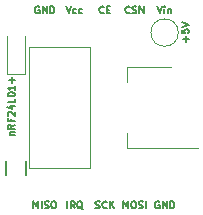
<source format=gto>
G04 #@! TF.FileFunction,Legend,Top*
%FSLAX46Y46*%
G04 Gerber Fmt 4.6, Leading zero omitted, Abs format (unit mm)*
G04 Created by KiCad (PCBNEW 4.0.7) date 2018 April 02, Monday 17:07:15*
%MOMM*%
%LPD*%
G01*
G04 APERTURE LIST*
%ADD10C,0.100000*%
%ADD11C,0.150000*%
%ADD12C,0.120000*%
G04 APERTURE END LIST*
D10*
X152545077Y-88519000D02*
G75*
G03X152545077Y-88519000I-1161077J0D01*
G01*
D11*
X153204857Y-89290429D02*
X153204857Y-88833286D01*
X153433429Y-89061857D02*
X152976286Y-89061857D01*
X152833429Y-88261858D02*
X152833429Y-88547572D01*
X153119143Y-88576143D01*
X153090571Y-88547572D01*
X153062000Y-88490429D01*
X153062000Y-88347572D01*
X153090571Y-88290429D01*
X153119143Y-88261858D01*
X153176286Y-88233286D01*
X153319143Y-88233286D01*
X153376286Y-88261858D01*
X153404857Y-88290429D01*
X153433429Y-88347572D01*
X153433429Y-88490429D01*
X153404857Y-88547572D01*
X153376286Y-88576143D01*
X152833429Y-88061857D02*
X153433429Y-87861857D01*
X152833429Y-87661857D01*
X138301429Y-97184858D02*
X138701429Y-97184858D01*
X138358571Y-97184858D02*
X138330000Y-97156286D01*
X138301429Y-97099144D01*
X138301429Y-97013429D01*
X138330000Y-96956286D01*
X138387143Y-96927715D01*
X138701429Y-96927715D01*
X138701429Y-96299144D02*
X138415714Y-96499144D01*
X138701429Y-96642001D02*
X138101429Y-96642001D01*
X138101429Y-96413429D01*
X138130000Y-96356287D01*
X138158571Y-96327715D01*
X138215714Y-96299144D01*
X138301429Y-96299144D01*
X138358571Y-96327715D01*
X138387143Y-96356287D01*
X138415714Y-96413429D01*
X138415714Y-96642001D01*
X138387143Y-95842001D02*
X138387143Y-96042001D01*
X138701429Y-96042001D02*
X138101429Y-96042001D01*
X138101429Y-95756287D01*
X138158571Y-95556286D02*
X138130000Y-95527715D01*
X138101429Y-95470572D01*
X138101429Y-95327715D01*
X138130000Y-95270572D01*
X138158571Y-95242001D01*
X138215714Y-95213429D01*
X138272857Y-95213429D01*
X138358571Y-95242001D01*
X138701429Y-95584858D01*
X138701429Y-95213429D01*
X138301429Y-94699143D02*
X138701429Y-94699143D01*
X138072857Y-94842000D02*
X138501429Y-94984857D01*
X138501429Y-94613429D01*
X138701429Y-94099143D02*
X138701429Y-94384857D01*
X138101429Y-94384857D01*
X138101429Y-93784857D02*
X138101429Y-93727714D01*
X138130000Y-93670571D01*
X138158571Y-93642000D01*
X138215714Y-93613429D01*
X138330000Y-93584857D01*
X138472857Y-93584857D01*
X138587143Y-93613429D01*
X138644286Y-93642000D01*
X138672857Y-93670571D01*
X138701429Y-93727714D01*
X138701429Y-93784857D01*
X138672857Y-93842000D01*
X138644286Y-93870571D01*
X138587143Y-93899143D01*
X138472857Y-93927714D01*
X138330000Y-93927714D01*
X138215714Y-93899143D01*
X138158571Y-93870571D01*
X138130000Y-93842000D01*
X138101429Y-93784857D01*
X138701429Y-93013428D02*
X138701429Y-93356285D01*
X138701429Y-93184857D02*
X138101429Y-93184857D01*
X138187143Y-93242000D01*
X138244286Y-93299142D01*
X138272857Y-93356285D01*
X138472857Y-92756285D02*
X138472857Y-92299142D01*
X138701429Y-92527713D02*
X138244286Y-92527713D01*
X140766858Y-86314000D02*
X140709715Y-86285429D01*
X140624001Y-86285429D01*
X140538286Y-86314000D01*
X140481144Y-86371143D01*
X140452572Y-86428286D01*
X140424001Y-86542571D01*
X140424001Y-86628286D01*
X140452572Y-86742571D01*
X140481144Y-86799714D01*
X140538286Y-86856857D01*
X140624001Y-86885429D01*
X140681144Y-86885429D01*
X140766858Y-86856857D01*
X140795429Y-86828286D01*
X140795429Y-86628286D01*
X140681144Y-86628286D01*
X141052572Y-86885429D02*
X141052572Y-86285429D01*
X141395429Y-86885429D01*
X141395429Y-86285429D01*
X141681143Y-86885429D02*
X141681143Y-86285429D01*
X141824000Y-86285429D01*
X141909715Y-86314000D01*
X141966857Y-86371143D01*
X141995429Y-86428286D01*
X142024000Y-86542571D01*
X142024000Y-86628286D01*
X141995429Y-86742571D01*
X141966857Y-86799714D01*
X141909715Y-86856857D01*
X141824000Y-86885429D01*
X141681143Y-86885429D01*
X143049714Y-86285429D02*
X143249714Y-86885429D01*
X143449714Y-86285429D01*
X143906857Y-86856857D02*
X143849714Y-86885429D01*
X143735428Y-86885429D01*
X143678286Y-86856857D01*
X143649714Y-86828286D01*
X143621143Y-86771143D01*
X143621143Y-86599714D01*
X143649714Y-86542571D01*
X143678286Y-86514000D01*
X143735428Y-86485429D01*
X143849714Y-86485429D01*
X143906857Y-86514000D01*
X144421143Y-86856857D02*
X144364000Y-86885429D01*
X144249714Y-86885429D01*
X144192572Y-86856857D01*
X144164000Y-86828286D01*
X144135429Y-86771143D01*
X144135429Y-86599714D01*
X144164000Y-86542571D01*
X144192572Y-86514000D01*
X144249714Y-86485429D01*
X144364000Y-86485429D01*
X144421143Y-86514000D01*
X148429714Y-86828286D02*
X148401143Y-86856857D01*
X148315429Y-86885429D01*
X148258286Y-86885429D01*
X148172571Y-86856857D01*
X148115429Y-86799714D01*
X148086857Y-86742571D01*
X148058286Y-86628286D01*
X148058286Y-86542571D01*
X148086857Y-86428286D01*
X148115429Y-86371143D01*
X148172571Y-86314000D01*
X148258286Y-86285429D01*
X148315429Y-86285429D01*
X148401143Y-86314000D01*
X148429714Y-86342571D01*
X148658286Y-86856857D02*
X148744000Y-86885429D01*
X148886857Y-86885429D01*
X148944000Y-86856857D01*
X148972571Y-86828286D01*
X149001143Y-86771143D01*
X149001143Y-86714000D01*
X148972571Y-86656857D01*
X148944000Y-86628286D01*
X148886857Y-86599714D01*
X148772571Y-86571143D01*
X148715429Y-86542571D01*
X148686857Y-86514000D01*
X148658286Y-86456857D01*
X148658286Y-86399714D01*
X148686857Y-86342571D01*
X148715429Y-86314000D01*
X148772571Y-86285429D01*
X148915429Y-86285429D01*
X149001143Y-86314000D01*
X149258286Y-86885429D02*
X149258286Y-86285429D01*
X149601143Y-86885429D01*
X149601143Y-86285429D01*
X147901143Y-103395429D02*
X147901143Y-102795429D01*
X148101143Y-103224000D01*
X148301143Y-102795429D01*
X148301143Y-103395429D01*
X148701143Y-102795429D02*
X148815429Y-102795429D01*
X148872571Y-102824000D01*
X148929714Y-102881143D01*
X148958286Y-102995429D01*
X148958286Y-103195429D01*
X148929714Y-103309714D01*
X148872571Y-103366857D01*
X148815429Y-103395429D01*
X148701143Y-103395429D01*
X148644000Y-103366857D01*
X148586857Y-103309714D01*
X148558286Y-103195429D01*
X148558286Y-102995429D01*
X148586857Y-102881143D01*
X148644000Y-102824000D01*
X148701143Y-102795429D01*
X149186857Y-103366857D02*
X149272571Y-103395429D01*
X149415428Y-103395429D01*
X149472571Y-103366857D01*
X149501142Y-103338286D01*
X149529714Y-103281143D01*
X149529714Y-103224000D01*
X149501142Y-103166857D01*
X149472571Y-103138286D01*
X149415428Y-103109714D01*
X149301142Y-103081143D01*
X149244000Y-103052571D01*
X149215428Y-103024000D01*
X149186857Y-102966857D01*
X149186857Y-102909714D01*
X149215428Y-102852571D01*
X149244000Y-102824000D01*
X149301142Y-102795429D01*
X149444000Y-102795429D01*
X149529714Y-102824000D01*
X149786857Y-103395429D02*
X149786857Y-102795429D01*
X143149715Y-103395429D02*
X143149715Y-102795429D01*
X143778286Y-103395429D02*
X143578286Y-103109714D01*
X143435429Y-103395429D02*
X143435429Y-102795429D01*
X143664001Y-102795429D01*
X143721143Y-102824000D01*
X143749715Y-102852571D01*
X143778286Y-102909714D01*
X143778286Y-102995429D01*
X143749715Y-103052571D01*
X143721143Y-103081143D01*
X143664001Y-103109714D01*
X143435429Y-103109714D01*
X144435429Y-103452571D02*
X144378286Y-103424000D01*
X144321143Y-103366857D01*
X144235429Y-103281143D01*
X144178286Y-103252571D01*
X144121143Y-103252571D01*
X144149715Y-103395429D02*
X144092572Y-103366857D01*
X144035429Y-103309714D01*
X144006858Y-103195429D01*
X144006858Y-102995429D01*
X144035429Y-102881143D01*
X144092572Y-102824000D01*
X144149715Y-102795429D01*
X144264001Y-102795429D01*
X144321143Y-102824000D01*
X144378286Y-102881143D01*
X144406858Y-102995429D01*
X144406858Y-103195429D01*
X144378286Y-103309714D01*
X144321143Y-103366857D01*
X144264001Y-103395429D01*
X144149715Y-103395429D01*
X150769715Y-86285429D02*
X150969715Y-86885429D01*
X151169715Y-86285429D01*
X151369715Y-86885429D02*
X151369715Y-86485429D01*
X151369715Y-86285429D02*
X151341144Y-86314000D01*
X151369715Y-86342571D01*
X151398287Y-86314000D01*
X151369715Y-86285429D01*
X151369715Y-86342571D01*
X151655429Y-86485429D02*
X151655429Y-86885429D01*
X151655429Y-86542571D02*
X151684001Y-86514000D01*
X151741143Y-86485429D01*
X151826858Y-86485429D01*
X151884001Y-86514000D01*
X151912572Y-86571143D01*
X151912572Y-86885429D01*
X150926858Y-102824000D02*
X150869715Y-102795429D01*
X150784001Y-102795429D01*
X150698286Y-102824000D01*
X150641144Y-102881143D01*
X150612572Y-102938286D01*
X150584001Y-103052571D01*
X150584001Y-103138286D01*
X150612572Y-103252571D01*
X150641144Y-103309714D01*
X150698286Y-103366857D01*
X150784001Y-103395429D01*
X150841144Y-103395429D01*
X150926858Y-103366857D01*
X150955429Y-103338286D01*
X150955429Y-103138286D01*
X150841144Y-103138286D01*
X151212572Y-103395429D02*
X151212572Y-102795429D01*
X151555429Y-103395429D01*
X151555429Y-102795429D01*
X151841143Y-103395429D02*
X151841143Y-102795429D01*
X151984000Y-102795429D01*
X152069715Y-102824000D01*
X152126857Y-102881143D01*
X152155429Y-102938286D01*
X152184000Y-103052571D01*
X152184000Y-103138286D01*
X152155429Y-103252571D01*
X152126857Y-103309714D01*
X152069715Y-103366857D01*
X151984000Y-103395429D01*
X151841143Y-103395429D01*
X140281143Y-103395429D02*
X140281143Y-102795429D01*
X140481143Y-103224000D01*
X140681143Y-102795429D01*
X140681143Y-103395429D01*
X140966857Y-103395429D02*
X140966857Y-102795429D01*
X141224000Y-103366857D02*
X141309714Y-103395429D01*
X141452571Y-103395429D01*
X141509714Y-103366857D01*
X141538285Y-103338286D01*
X141566857Y-103281143D01*
X141566857Y-103224000D01*
X141538285Y-103166857D01*
X141509714Y-103138286D01*
X141452571Y-103109714D01*
X141338285Y-103081143D01*
X141281143Y-103052571D01*
X141252571Y-103024000D01*
X141224000Y-102966857D01*
X141224000Y-102909714D01*
X141252571Y-102852571D01*
X141281143Y-102824000D01*
X141338285Y-102795429D01*
X141481143Y-102795429D01*
X141566857Y-102824000D01*
X141938286Y-102795429D02*
X142052572Y-102795429D01*
X142109714Y-102824000D01*
X142166857Y-102881143D01*
X142195429Y-102995429D01*
X142195429Y-103195429D01*
X142166857Y-103309714D01*
X142109714Y-103366857D01*
X142052572Y-103395429D01*
X141938286Y-103395429D01*
X141881143Y-103366857D01*
X141824000Y-103309714D01*
X141795429Y-103195429D01*
X141795429Y-102995429D01*
X141824000Y-102881143D01*
X141881143Y-102824000D01*
X141938286Y-102795429D01*
X145532572Y-103366857D02*
X145618286Y-103395429D01*
X145761143Y-103395429D01*
X145818286Y-103366857D01*
X145846857Y-103338286D01*
X145875429Y-103281143D01*
X145875429Y-103224000D01*
X145846857Y-103166857D01*
X145818286Y-103138286D01*
X145761143Y-103109714D01*
X145646857Y-103081143D01*
X145589715Y-103052571D01*
X145561143Y-103024000D01*
X145532572Y-102966857D01*
X145532572Y-102909714D01*
X145561143Y-102852571D01*
X145589715Y-102824000D01*
X145646857Y-102795429D01*
X145789715Y-102795429D01*
X145875429Y-102824000D01*
X146475429Y-103338286D02*
X146446858Y-103366857D01*
X146361144Y-103395429D01*
X146304001Y-103395429D01*
X146218286Y-103366857D01*
X146161144Y-103309714D01*
X146132572Y-103252571D01*
X146104001Y-103138286D01*
X146104001Y-103052571D01*
X146132572Y-102938286D01*
X146161144Y-102881143D01*
X146218286Y-102824000D01*
X146304001Y-102795429D01*
X146361144Y-102795429D01*
X146446858Y-102824000D01*
X146475429Y-102852571D01*
X146732572Y-103395429D02*
X146732572Y-102795429D01*
X147075429Y-103395429D02*
X146818286Y-103052571D01*
X147075429Y-102795429D02*
X146732572Y-103138286D01*
X146218286Y-86828286D02*
X146189715Y-86856857D01*
X146104001Y-86885429D01*
X146046858Y-86885429D01*
X145961143Y-86856857D01*
X145904001Y-86799714D01*
X145875429Y-86742571D01*
X145846858Y-86628286D01*
X145846858Y-86542571D01*
X145875429Y-86428286D01*
X145904001Y-86371143D01*
X145961143Y-86314000D01*
X146046858Y-86285429D01*
X146104001Y-86285429D01*
X146189715Y-86314000D01*
X146218286Y-86342571D01*
X146475429Y-86571143D02*
X146675429Y-86571143D01*
X146761143Y-86885429D02*
X146475429Y-86885429D01*
X146475429Y-86285429D01*
X146761143Y-86285429D01*
D12*
X145094000Y-89789000D02*
X145094000Y-100009000D01*
X145094000Y-100009000D02*
X139894000Y-100009000D01*
X139894000Y-100009000D02*
X139894000Y-89729000D01*
X139894000Y-89729000D02*
X145094000Y-89729000D01*
X148204000Y-91459000D02*
X148204000Y-92719000D01*
X148204000Y-98279000D02*
X148204000Y-97019000D01*
X151964000Y-91459000D02*
X148204000Y-91459000D01*
X154214000Y-98279000D02*
X148204000Y-98279000D01*
X139561000Y-88789000D02*
X139561000Y-91989000D01*
X138061000Y-91989000D02*
X138061000Y-88789000D01*
X138061000Y-91989000D02*
X139561000Y-91989000D01*
D11*
X137936000Y-100549000D02*
X137936000Y-99349000D01*
X139686000Y-99349000D02*
X139686000Y-100549000D01*
M02*

</source>
